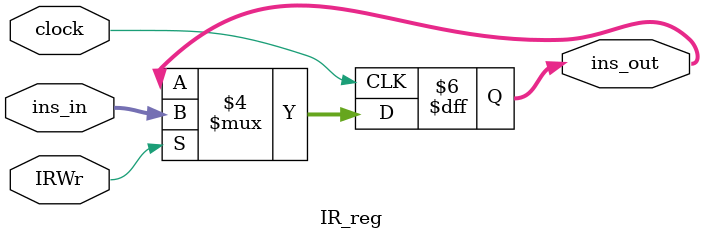
<source format=v>
`timescale 1ns / 1ps


module IR_reg(
    input clock,
    input IRWr,
    input [31:0] ins_in,
    output reg [31:0] ins_out
    );
    
    always@(posedge clock)
    begin
        if(IRWr==1)
        begin
            ins_out <= ins_in ; 
        end
        else
        begin
            ins_out <= ins_out ; 
        end
    end
    
endmodule

</source>
